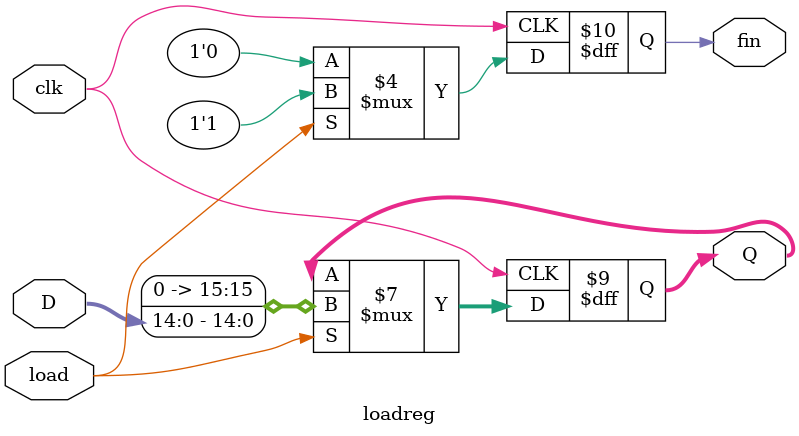
<source format=v>
`timescale 1ns / 1ps
module loadreg(
    input clk, load,     
    input [14:0]D,     
    output reg [15:0]Q,
    output reg fin
    ); 
    
    reg fin; 
    initial begin 
        Q = 0;
        fin = 0;
    end
    
    always @(posedge clk) begin     
        if(load) begin
            Q <= D; 
            fin <= 1;
        end
        else fin <= 0;
    end 
        
    endmodule 

</source>
